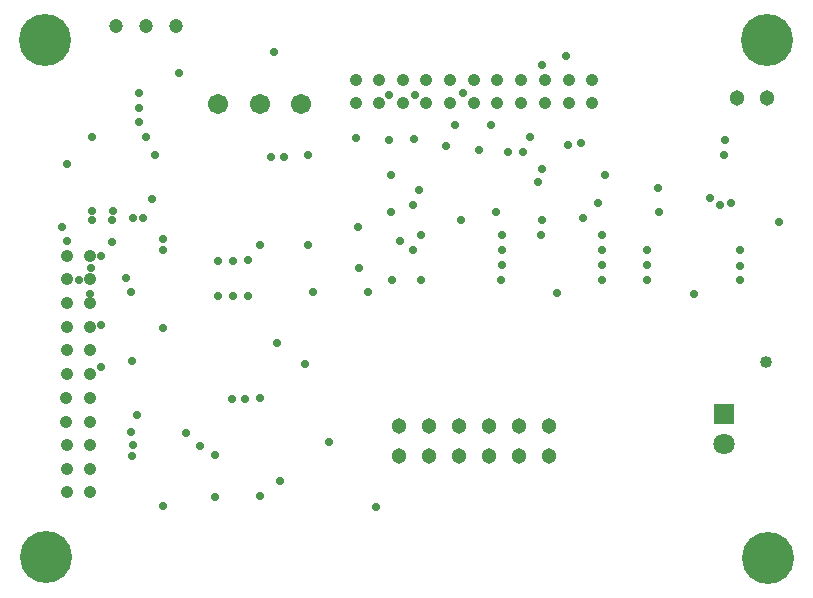
<source format=gbs>
G04*
G04 #@! TF.GenerationSoftware,Altium Limited,Altium Designer,19.1.7 (138)*
G04*
G04 Layer_Color=16711833*
%FSLAX25Y25*%
%MOIN*%
G70*
G01*
G75*
%ADD35C,0.05131*%
%ADD36C,0.06706*%
%ADD37C,0.04200*%
%ADD38C,0.07099*%
%ADD39R,0.07099X0.07099*%
%ADD40C,0.04737*%
%ADD41C,0.17335*%
%ADD42C,0.02800*%
%ADD61C,0.04000*%
D35*
X191200Y46500D02*
D03*
Y56500D02*
D03*
X181200D02*
D03*
Y46500D02*
D03*
X171200D02*
D03*
Y56500D02*
D03*
X161200D02*
D03*
Y46500D02*
D03*
X151200D02*
D03*
Y56500D02*
D03*
X141200D02*
D03*
Y46500D02*
D03*
X254100Y165900D02*
D03*
X264100D02*
D03*
D36*
X81000Y163700D02*
D03*
X94800D02*
D03*
X108600D02*
D03*
D37*
X205700Y171900D02*
D03*
X197800D02*
D03*
X182000D02*
D03*
X189900D02*
D03*
X174100D02*
D03*
X166200D02*
D03*
X150400Y172000D02*
D03*
X158300D02*
D03*
X142500Y171900D02*
D03*
X134600D02*
D03*
X126900D02*
D03*
Y164100D02*
D03*
X134600D02*
D03*
X142500D02*
D03*
X158300Y164200D02*
D03*
X150400D02*
D03*
X166200Y164100D02*
D03*
X174100D02*
D03*
X189900D02*
D03*
X182000D02*
D03*
X197800D02*
D03*
X205700D02*
D03*
X38300Y113300D02*
D03*
Y105400D02*
D03*
Y89600D02*
D03*
Y97500D02*
D03*
Y81700D02*
D03*
Y73800D02*
D03*
X38200Y58000D02*
D03*
Y65900D02*
D03*
X38300Y50100D02*
D03*
Y42200D02*
D03*
Y34500D02*
D03*
X30500D02*
D03*
Y42200D02*
D03*
Y50100D02*
D03*
X30400Y65900D02*
D03*
Y58000D02*
D03*
X30500Y73800D02*
D03*
Y81700D02*
D03*
Y97500D02*
D03*
Y89600D02*
D03*
Y105400D02*
D03*
Y113300D02*
D03*
D38*
X249500Y50500D02*
D03*
D39*
Y60500D02*
D03*
D40*
X47000Y189700D02*
D03*
X57000D02*
D03*
X67000D02*
D03*
D41*
X23400Y185200D02*
D03*
X264100D02*
D03*
X23500Y12800D02*
D03*
X264200Y12600D02*
D03*
D42*
X54500Y167500D02*
D03*
Y162500D02*
D03*
Y158000D02*
D03*
X81000Y111500D02*
D03*
Y100000D02*
D03*
X85500Y65500D02*
D03*
X86000Y111500D02*
D03*
Y100000D02*
D03*
X90000Y65500D02*
D03*
X91000Y112000D02*
D03*
Y100000D02*
D03*
X95000Y66000D02*
D03*
X138500Y127745D02*
D03*
Y140245D02*
D03*
X138000Y166745D02*
D03*
X160000Y156745D02*
D03*
X209000Y110245D02*
D03*
X141500Y118245D02*
D03*
X224000Y110245D02*
D03*
X255000Y109745D02*
D03*
Y105245D02*
D03*
X224000D02*
D03*
X209000Y105245D02*
D03*
X209000Y115245D02*
D03*
X175500D02*
D03*
X128000Y109245D02*
D03*
X127500Y122745D02*
D03*
X139000Y105245D02*
D03*
X131000Y101245D02*
D03*
X111000Y146745D02*
D03*
X103000Y146245D02*
D03*
X98500D02*
D03*
X68000Y174245D02*
D03*
X100772Y84017D02*
D03*
X239546Y100428D02*
D03*
X193972Y100774D02*
D03*
X111000Y116745D02*
D03*
X95000D02*
D03*
X252000Y130745D02*
D03*
X250000Y151745D02*
D03*
X30700Y143945D02*
D03*
X157000Y149745D02*
D03*
X126854Y152391D02*
D03*
X138000Y151745D02*
D03*
X148500Y120245D02*
D03*
X146000Y130245D02*
D03*
X148000Y135245D02*
D03*
X146311Y152245D02*
D03*
X173500Y127745D02*
D03*
X162500Y167656D02*
D03*
X187500Y137745D02*
D03*
X177500Y147745D02*
D03*
X172000Y156745D02*
D03*
X202500Y125745D02*
D03*
X210000Y140245D02*
D03*
X42000Y76045D02*
D03*
X39000Y152745D02*
D03*
X57000D02*
D03*
X60000Y146745D02*
D03*
X112500Y101245D02*
D03*
X62500Y29745D02*
D03*
X52300Y46545D02*
D03*
X80000Y46745D02*
D03*
X39000Y125245D02*
D03*
X42100Y113345D02*
D03*
X56000Y125745D02*
D03*
X62500Y89245D02*
D03*
X42000Y90245D02*
D03*
X45764Y117745D02*
D03*
X34500Y105245D02*
D03*
X38300Y100545D02*
D03*
X52000Y101245D02*
D03*
X50146Y105891D02*
D03*
X62500Y118745D02*
D03*
X39000Y128245D02*
D03*
X46000D02*
D03*
X52129Y78116D02*
D03*
X162000Y125245D02*
D03*
X146000Y115245D02*
D03*
X148500Y105245D02*
D03*
X202000Y150745D02*
D03*
X197500Y150245D02*
D03*
X207500Y130745D02*
D03*
X209000Y120245D02*
D03*
X224000Y115245D02*
D03*
X255000D02*
D03*
X38500Y109245D02*
D03*
X54000Y60245D02*
D03*
X62500Y115245D02*
D03*
X45516Y125245D02*
D03*
X52500Y125745D02*
D03*
X167854Y148600D02*
D03*
X59000Y132245D02*
D03*
X30500Y118245D02*
D03*
X29000Y122745D02*
D03*
X175500Y120245D02*
D03*
X146500Y166745D02*
D03*
X249500Y146745D02*
D03*
X227500Y135745D02*
D03*
X99500Y181245D02*
D03*
X189000Y176745D02*
D03*
X197000Y179745D02*
D03*
X189000Y142245D02*
D03*
X182500Y147745D02*
D03*
X185000Y152745D02*
D03*
X101772Y38017D02*
D03*
X95000Y33145D02*
D03*
X110000Y77245D02*
D03*
X70200Y54345D02*
D03*
X51912Y54608D02*
D03*
X75000Y49745D02*
D03*
X52500Y50045D02*
D03*
X244900Y132545D02*
D03*
X248400Y130145D02*
D03*
X133700Y29445D02*
D03*
X118000Y51345D02*
D03*
X79900Y32945D02*
D03*
X189000Y125245D02*
D03*
X188700Y120145D02*
D03*
X175500Y110295D02*
D03*
X175300Y105245D02*
D03*
X268000Y124645D02*
D03*
X227800Y127945D02*
D03*
D61*
X263500Y78000D02*
D03*
M02*

</source>
